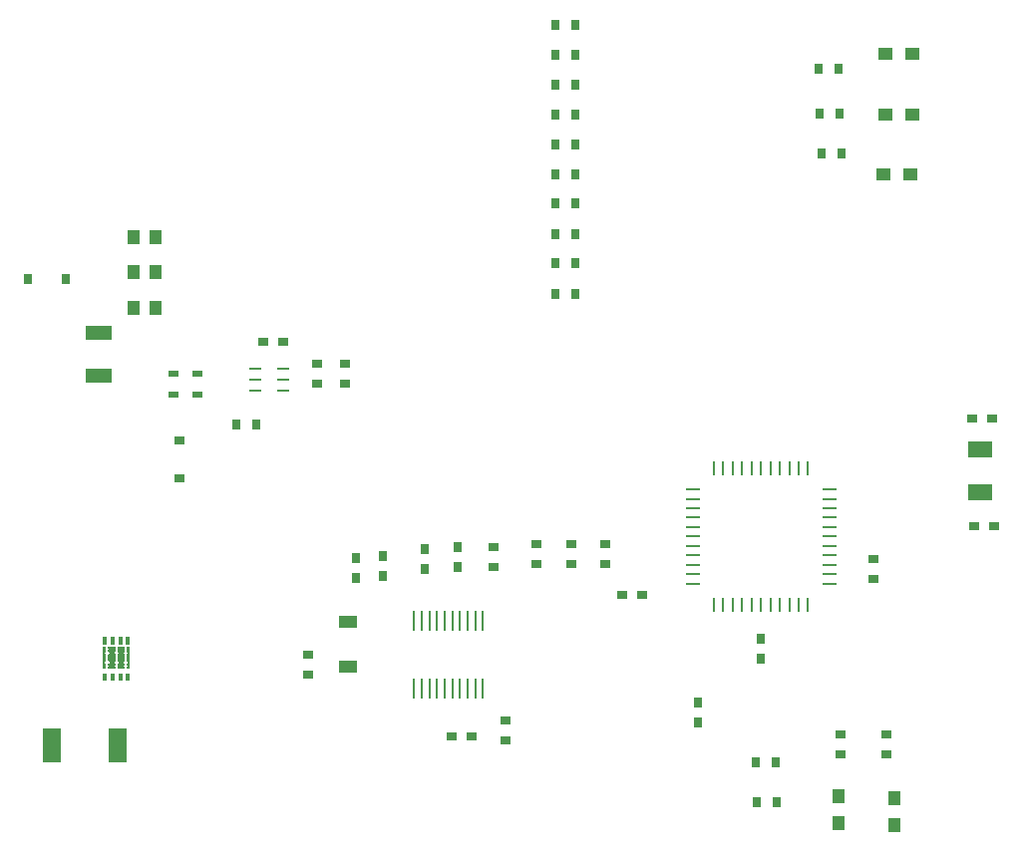
<source format=gbr>
G04 EAGLE Gerber RS-274X export*
G75*
%MOMM*%
%FSLAX34Y34*%
%LPD*%
%INSolderpaste Top*%
%IPPOS*%
%AMOC8*
5,1,8,0,0,1.08239X$1,22.5*%
G01*
%ADD10R,0.746000X0.846000*%
%ADD11R,0.846000X0.746000*%
%ADD12R,0.203200X1.778000*%
%ADD13R,0.250000X1.250000*%
%ADD14R,1.250000X0.250000*%
%ADD15R,0.990600X1.143000*%
%ADD16R,1.143000X0.990600*%
%ADD17R,1.546000X1.086000*%
%ADD18R,0.946000X0.546000*%
%ADD19R,0.152400X0.482600*%
%ADD20R,2.246000X1.246000*%
%ADD21R,1.046000X1.246000*%
%ADD22R,1.000000X0.250000*%
%ADD23R,1.546000X2.946000*%
%ADD24R,2.146000X1.446000*%
%ADD25R,0.966000X0.646000*%
%ADD26R,0.646000X0.966000*%

G36*
X344696Y222874D02*
X344696Y222874D01*
X344698Y222873D01*
X344741Y222893D01*
X344785Y222911D01*
X344785Y222914D01*
X344787Y222914D01*
X344820Y222999D01*
X344820Y224789D01*
X344819Y224792D01*
X344820Y224795D01*
X344783Y224878D01*
X344248Y225413D01*
X344694Y225413D01*
X344696Y225414D01*
X344698Y225413D01*
X344741Y225433D01*
X344785Y225451D01*
X344785Y225454D01*
X344787Y225454D01*
X344820Y225539D01*
X344820Y227329D01*
X344819Y227332D01*
X344820Y227335D01*
X344783Y227418D01*
X343728Y228473D01*
X344783Y229528D01*
X344785Y229531D01*
X344787Y229532D01*
X344820Y229617D01*
X344820Y235203D01*
X344819Y235206D01*
X344820Y235209D01*
X344783Y235292D01*
X343728Y236347D01*
X344783Y237402D01*
X344785Y237405D01*
X344787Y237406D01*
X344820Y237491D01*
X344820Y239281D01*
X344819Y239283D01*
X344820Y239285D01*
X344800Y239328D01*
X344782Y239371D01*
X344780Y239372D01*
X344779Y239374D01*
X344694Y239407D01*
X344248Y239407D01*
X344783Y239942D01*
X344785Y239945D01*
X344787Y239946D01*
X344820Y240031D01*
X344820Y241821D01*
X344819Y241823D01*
X344820Y241825D01*
X344800Y241868D01*
X344782Y241911D01*
X344780Y241912D01*
X344779Y241914D01*
X344694Y241947D01*
X338820Y241947D01*
X338818Y241946D01*
X338816Y241947D01*
X338773Y241927D01*
X338729Y241909D01*
X338729Y241907D01*
X338727Y241906D01*
X338694Y241821D01*
X338694Y240031D01*
X338695Y240028D01*
X338694Y240025D01*
X338731Y239942D01*
X339266Y239407D01*
X338820Y239407D01*
X338818Y239406D01*
X338816Y239407D01*
X338773Y239387D01*
X338729Y239369D01*
X338729Y239367D01*
X338727Y239366D01*
X338694Y239281D01*
X338694Y237491D01*
X338695Y237488D01*
X338694Y237485D01*
X338731Y237402D01*
X339786Y236347D01*
X338731Y235292D01*
X338730Y235289D01*
X338727Y235288D01*
X338694Y235203D01*
X338694Y229617D01*
X338695Y229614D01*
X338694Y229611D01*
X338731Y229528D01*
X339786Y228473D01*
X338731Y227418D01*
X338730Y227415D01*
X338727Y227414D01*
X338694Y227329D01*
X338694Y225539D01*
X338695Y225537D01*
X338694Y225535D01*
X338714Y225492D01*
X338732Y225449D01*
X338734Y225448D01*
X338735Y225446D01*
X338820Y225413D01*
X339266Y225413D01*
X338731Y224878D01*
X338730Y224875D01*
X338727Y224874D01*
X338694Y224789D01*
X338694Y222999D01*
X338695Y222997D01*
X338694Y222995D01*
X338714Y222952D01*
X338732Y222909D01*
X338734Y222908D01*
X338735Y222906D01*
X338820Y222873D01*
X344694Y222873D01*
X344696Y222874D01*
G37*
G36*
X336945Y235206D02*
X336945Y235206D01*
X336946Y235209D01*
X336909Y235292D01*
X335854Y236347D01*
X336909Y237402D01*
X336911Y237405D01*
X336913Y237406D01*
X336946Y237491D01*
X336946Y239281D01*
X336945Y239283D01*
X336946Y239285D01*
X336926Y239328D01*
X336908Y239371D01*
X336906Y239372D01*
X336905Y239374D01*
X336820Y239407D01*
X336374Y239407D01*
X336909Y239942D01*
X336911Y239945D01*
X336913Y239946D01*
X336946Y240031D01*
X336946Y241821D01*
X336945Y241823D01*
X336946Y241825D01*
X336926Y241868D01*
X336908Y241911D01*
X336906Y241912D01*
X336905Y241914D01*
X336820Y241947D01*
X330946Y241947D01*
X330944Y241946D01*
X330942Y241947D01*
X330899Y241927D01*
X330855Y241909D01*
X330855Y241907D01*
X330853Y241906D01*
X330820Y241821D01*
X330820Y240031D01*
X330821Y240028D01*
X330820Y240025D01*
X330857Y239942D01*
X331392Y239407D01*
X330946Y239407D01*
X330944Y239406D01*
X330942Y239407D01*
X330899Y239387D01*
X330855Y239369D01*
X330855Y239367D01*
X330853Y239366D01*
X330820Y239281D01*
X330820Y237491D01*
X330821Y237488D01*
X330820Y237485D01*
X330857Y237402D01*
X331912Y236347D01*
X330857Y235292D01*
X330856Y235289D01*
X330853Y235288D01*
X330820Y235203D01*
X330820Y229617D01*
X330821Y229614D01*
X330820Y229611D01*
X330857Y229528D01*
X331912Y228473D01*
X330857Y227418D01*
X330856Y227415D01*
X330853Y227414D01*
X330820Y227329D01*
X330820Y225539D01*
X330821Y225537D01*
X330820Y225535D01*
X330840Y225492D01*
X330858Y225449D01*
X330860Y225448D01*
X330861Y225446D01*
X330946Y225413D01*
X331392Y225413D01*
X330857Y224878D01*
X330856Y224875D01*
X330853Y224874D01*
X330820Y224789D01*
X330820Y222999D01*
X330821Y222997D01*
X330820Y222995D01*
X330840Y222952D01*
X330858Y222909D01*
X330860Y222908D01*
X330861Y222906D01*
X330946Y222873D01*
X336820Y222873D01*
X336822Y222874D01*
X336824Y222873D01*
X336867Y222893D01*
X336911Y222911D01*
X336911Y222914D01*
X336913Y222914D01*
X336946Y222999D01*
X336946Y224789D01*
X336945Y224792D01*
X336946Y224795D01*
X336909Y224878D01*
X336374Y225413D01*
X336820Y225413D01*
X336822Y225414D01*
X336824Y225413D01*
X336867Y225433D01*
X336911Y225451D01*
X336911Y225454D01*
X336913Y225454D01*
X336946Y225539D01*
X336946Y227329D01*
X336945Y227332D01*
X336946Y227335D01*
X336909Y227418D01*
X335854Y228473D01*
X336909Y229528D01*
X336911Y229531D01*
X336913Y229532D01*
X336946Y229617D01*
X336946Y235203D01*
X336945Y235206D01*
G37*
G36*
X328948Y222874D02*
X328948Y222874D01*
X328950Y222873D01*
X328993Y222893D01*
X329037Y222911D01*
X329037Y222914D01*
X329039Y222914D01*
X329072Y222999D01*
X329072Y224789D01*
X329071Y224792D01*
X329072Y224795D01*
X329035Y224878D01*
X328500Y225413D01*
X328946Y225413D01*
X328948Y225414D01*
X328950Y225413D01*
X328993Y225433D01*
X329037Y225451D01*
X329037Y225454D01*
X329039Y225454D01*
X329072Y225539D01*
X329072Y227329D01*
X329071Y227332D01*
X329072Y227335D01*
X329035Y227418D01*
X327980Y228473D01*
X329035Y229528D01*
X329037Y229531D01*
X329039Y229532D01*
X329072Y229617D01*
X329072Y235203D01*
X329071Y235206D01*
X329072Y235209D01*
X329035Y235292D01*
X327980Y236347D01*
X329035Y237402D01*
X329037Y237405D01*
X329039Y237406D01*
X329072Y237491D01*
X329072Y239281D01*
X329071Y239283D01*
X329072Y239285D01*
X329052Y239328D01*
X329034Y239371D01*
X329032Y239372D01*
X329031Y239374D01*
X328946Y239407D01*
X328500Y239407D01*
X329035Y239942D01*
X329037Y239945D01*
X329039Y239946D01*
X329072Y240031D01*
X329072Y241821D01*
X329071Y241823D01*
X329072Y241825D01*
X329052Y241868D01*
X329034Y241911D01*
X329032Y241912D01*
X329031Y241914D01*
X328946Y241947D01*
X326377Y241947D01*
X326375Y241946D01*
X326373Y241947D01*
X326330Y241927D01*
X326287Y241909D01*
X326286Y241907D01*
X326284Y241906D01*
X326251Y241821D01*
X326251Y222999D01*
X326252Y222997D01*
X326251Y222995D01*
X326271Y222952D01*
X326289Y222909D01*
X326292Y222908D01*
X326292Y222906D01*
X326377Y222873D01*
X328946Y222873D01*
X328948Y222874D01*
G37*
G36*
X349265Y222874D02*
X349265Y222874D01*
X349267Y222873D01*
X349310Y222893D01*
X349353Y222911D01*
X349354Y222914D01*
X349356Y222914D01*
X349389Y222999D01*
X349389Y241821D01*
X349388Y241823D01*
X349389Y241825D01*
X349369Y241868D01*
X349351Y241911D01*
X349349Y241912D01*
X349348Y241914D01*
X349263Y241947D01*
X346694Y241947D01*
X346692Y241946D01*
X346690Y241947D01*
X346647Y241927D01*
X346603Y241909D01*
X346603Y241907D01*
X346601Y241906D01*
X346568Y241821D01*
X346568Y240031D01*
X346569Y240028D01*
X346568Y240025D01*
X346605Y239942D01*
X347140Y239407D01*
X346694Y239407D01*
X346692Y239406D01*
X346690Y239407D01*
X346647Y239387D01*
X346603Y239369D01*
X346603Y239367D01*
X346601Y239366D01*
X346568Y239281D01*
X346568Y237491D01*
X346569Y237488D01*
X346568Y237485D01*
X346605Y237402D01*
X347660Y236347D01*
X346605Y235292D01*
X346604Y235289D01*
X346601Y235288D01*
X346568Y235203D01*
X346568Y229617D01*
X346569Y229614D01*
X346568Y229611D01*
X346605Y229528D01*
X347660Y228473D01*
X346605Y227418D01*
X346604Y227415D01*
X346601Y227414D01*
X346568Y227329D01*
X346568Y225539D01*
X346569Y225537D01*
X346568Y225535D01*
X346588Y225492D01*
X346606Y225449D01*
X346608Y225448D01*
X346609Y225446D01*
X346694Y225413D01*
X347140Y225413D01*
X346605Y224878D01*
X346604Y224875D01*
X346601Y224874D01*
X346568Y224789D01*
X346568Y222999D01*
X346569Y222997D01*
X346568Y222995D01*
X346588Y222952D01*
X346606Y222909D01*
X346608Y222908D01*
X346609Y222906D01*
X346694Y222873D01*
X349263Y222873D01*
X349265Y222874D01*
G37*
G36*
X349096Y243467D02*
X349096Y243467D01*
X349098Y243466D01*
X349141Y243486D01*
X349185Y243504D01*
X349185Y243506D01*
X349187Y243507D01*
X349220Y243592D01*
X349220Y249688D01*
X349219Y249690D01*
X349220Y249692D01*
X349200Y249735D01*
X349182Y249779D01*
X349180Y249779D01*
X349179Y249781D01*
X349094Y249814D01*
X346046Y249814D01*
X346044Y249813D01*
X346042Y249814D01*
X345999Y249794D01*
X345955Y249776D01*
X345955Y249774D01*
X345953Y249773D01*
X345920Y249688D01*
X345920Y243592D01*
X345921Y243590D01*
X345920Y243588D01*
X345940Y243545D01*
X345958Y243501D01*
X345960Y243501D01*
X345961Y243499D01*
X346046Y243466D01*
X349094Y243466D01*
X349096Y243467D01*
G37*
G36*
X342596Y243467D02*
X342596Y243467D01*
X342598Y243466D01*
X342641Y243486D01*
X342685Y243504D01*
X342685Y243506D01*
X342687Y243507D01*
X342720Y243592D01*
X342720Y249688D01*
X342719Y249690D01*
X342720Y249692D01*
X342700Y249735D01*
X342682Y249779D01*
X342680Y249779D01*
X342679Y249781D01*
X342594Y249814D01*
X339546Y249814D01*
X339544Y249813D01*
X339542Y249814D01*
X339499Y249794D01*
X339455Y249776D01*
X339455Y249774D01*
X339453Y249773D01*
X339420Y249688D01*
X339420Y243592D01*
X339421Y243590D01*
X339420Y243588D01*
X339440Y243545D01*
X339458Y243501D01*
X339460Y243501D01*
X339461Y243499D01*
X339546Y243466D01*
X342594Y243466D01*
X342596Y243467D01*
G37*
G36*
X329596Y243467D02*
X329596Y243467D01*
X329598Y243466D01*
X329641Y243486D01*
X329685Y243504D01*
X329685Y243506D01*
X329687Y243507D01*
X329720Y243592D01*
X329720Y249688D01*
X329719Y249690D01*
X329720Y249692D01*
X329700Y249735D01*
X329682Y249779D01*
X329680Y249779D01*
X329679Y249781D01*
X329594Y249814D01*
X326546Y249814D01*
X326544Y249813D01*
X326542Y249814D01*
X326499Y249794D01*
X326455Y249776D01*
X326455Y249774D01*
X326453Y249773D01*
X326420Y249688D01*
X326420Y243592D01*
X326421Y243590D01*
X326420Y243588D01*
X326440Y243545D01*
X326458Y243501D01*
X326460Y243501D01*
X326461Y243499D01*
X326546Y243466D01*
X329594Y243466D01*
X329596Y243467D01*
G37*
G36*
X336096Y243467D02*
X336096Y243467D01*
X336098Y243466D01*
X336141Y243486D01*
X336185Y243504D01*
X336185Y243506D01*
X336187Y243507D01*
X336220Y243592D01*
X336220Y249688D01*
X336219Y249690D01*
X336220Y249692D01*
X336200Y249735D01*
X336182Y249779D01*
X336180Y249779D01*
X336179Y249781D01*
X336094Y249814D01*
X333046Y249814D01*
X333044Y249813D01*
X333042Y249814D01*
X332999Y249794D01*
X332955Y249776D01*
X332955Y249774D01*
X332953Y249773D01*
X332920Y249688D01*
X332920Y243592D01*
X332921Y243590D01*
X332920Y243588D01*
X332940Y243545D01*
X332958Y243501D01*
X332960Y243501D01*
X332961Y243499D01*
X333046Y243466D01*
X336094Y243466D01*
X336096Y243467D01*
G37*
G36*
X349096Y212467D02*
X349096Y212467D01*
X349098Y212466D01*
X349141Y212486D01*
X349185Y212504D01*
X349185Y212506D01*
X349187Y212507D01*
X349220Y212592D01*
X349220Y218688D01*
X349219Y218690D01*
X349220Y218692D01*
X349200Y218735D01*
X349182Y218779D01*
X349180Y218779D01*
X349179Y218781D01*
X349094Y218814D01*
X346046Y218814D01*
X346044Y218813D01*
X346042Y218814D01*
X345999Y218794D01*
X345955Y218776D01*
X345955Y218774D01*
X345953Y218773D01*
X345920Y218688D01*
X345920Y212592D01*
X345921Y212590D01*
X345920Y212588D01*
X345940Y212545D01*
X345958Y212501D01*
X345960Y212501D01*
X345961Y212499D01*
X346046Y212466D01*
X349094Y212466D01*
X349096Y212467D01*
G37*
G36*
X342596Y212467D02*
X342596Y212467D01*
X342598Y212466D01*
X342641Y212486D01*
X342685Y212504D01*
X342685Y212506D01*
X342687Y212507D01*
X342720Y212592D01*
X342720Y218688D01*
X342719Y218690D01*
X342720Y218692D01*
X342700Y218735D01*
X342682Y218779D01*
X342680Y218779D01*
X342679Y218781D01*
X342594Y218814D01*
X339546Y218814D01*
X339544Y218813D01*
X339542Y218814D01*
X339499Y218794D01*
X339455Y218776D01*
X339455Y218774D01*
X339453Y218773D01*
X339420Y218688D01*
X339420Y212592D01*
X339421Y212590D01*
X339420Y212588D01*
X339440Y212545D01*
X339458Y212501D01*
X339460Y212501D01*
X339461Y212499D01*
X339546Y212466D01*
X342594Y212466D01*
X342596Y212467D01*
G37*
G36*
X336096Y212467D02*
X336096Y212467D01*
X336098Y212466D01*
X336141Y212486D01*
X336185Y212504D01*
X336185Y212506D01*
X336187Y212507D01*
X336220Y212592D01*
X336220Y218688D01*
X336219Y218690D01*
X336220Y218692D01*
X336200Y218735D01*
X336182Y218779D01*
X336180Y218779D01*
X336179Y218781D01*
X336094Y218814D01*
X333046Y218814D01*
X333044Y218813D01*
X333042Y218814D01*
X332999Y218794D01*
X332955Y218776D01*
X332955Y218774D01*
X332953Y218773D01*
X332920Y218688D01*
X332920Y212592D01*
X332921Y212590D01*
X332920Y212588D01*
X332940Y212545D01*
X332958Y212501D01*
X332960Y212501D01*
X332961Y212499D01*
X333046Y212466D01*
X336094Y212466D01*
X336096Y212467D01*
G37*
G36*
X329596Y212467D02*
X329596Y212467D01*
X329598Y212466D01*
X329641Y212486D01*
X329685Y212504D01*
X329685Y212506D01*
X329687Y212507D01*
X329720Y212592D01*
X329720Y218688D01*
X329719Y218690D01*
X329720Y218692D01*
X329700Y218735D01*
X329682Y218779D01*
X329680Y218779D01*
X329679Y218781D01*
X329594Y218814D01*
X326546Y218814D01*
X326544Y218813D01*
X326542Y218814D01*
X326499Y218794D01*
X326455Y218776D01*
X326455Y218774D01*
X326453Y218773D01*
X326420Y218688D01*
X326420Y212592D01*
X326421Y212590D01*
X326420Y212588D01*
X326440Y212545D01*
X326458Y212501D01*
X326460Y212501D01*
X326461Y212499D01*
X326546Y212466D01*
X329594Y212466D01*
X329596Y212467D01*
G37*
D10*
X563880Y318380D03*
X563880Y301380D03*
X627380Y326000D03*
X627380Y309000D03*
X599440Y324730D03*
X599440Y307730D03*
D11*
X622690Y165100D03*
X639690Y165100D03*
X753110Y311540D03*
X753110Y328540D03*
X723900Y311540D03*
X723900Y328540D03*
X657860Y326000D03*
X657860Y309000D03*
X500380Y234560D03*
X500380Y217560D03*
X668020Y178680D03*
X668020Y161680D03*
D12*
X649010Y263652D03*
X642510Y263652D03*
X636010Y263652D03*
X629510Y263652D03*
X623010Y263652D03*
X616510Y263652D03*
X610010Y263652D03*
X603510Y263652D03*
X597010Y263652D03*
X590510Y263652D03*
X590510Y206248D03*
X597010Y206248D03*
X603510Y206248D03*
X610010Y206248D03*
X616510Y206248D03*
X623010Y206248D03*
X629510Y206248D03*
X636010Y206248D03*
X642510Y206248D03*
X649010Y206248D03*
D11*
X694690Y328540D03*
X694690Y311540D03*
X479670Y500380D03*
X462670Y500380D03*
D13*
X845190Y277280D03*
X853190Y277280D03*
X861190Y277280D03*
X869190Y277280D03*
X877190Y277280D03*
X885190Y277280D03*
X893190Y277280D03*
X901190Y277280D03*
X909190Y277280D03*
X917190Y277280D03*
X925190Y277280D03*
D14*
X943190Y295280D03*
X943190Y303280D03*
X943190Y311280D03*
X943190Y319280D03*
X943190Y327280D03*
X943190Y335280D03*
X943190Y343280D03*
X943190Y351280D03*
X943190Y359280D03*
X943190Y367280D03*
X943190Y375280D03*
D13*
X925190Y393280D03*
X917190Y393280D03*
X909190Y393280D03*
X901190Y393280D03*
X893190Y393280D03*
X885190Y393280D03*
X877190Y393280D03*
X869190Y393280D03*
X861190Y393280D03*
X853190Y393280D03*
X845190Y393280D03*
D14*
X827190Y375280D03*
X827190Y367280D03*
X827190Y359280D03*
X827190Y351280D03*
X827190Y343280D03*
X827190Y335280D03*
X827190Y327280D03*
X827190Y319280D03*
X827190Y311280D03*
X827190Y303280D03*
X827190Y295280D03*
D11*
X508000Y482210D03*
X508000Y465210D03*
X532130Y465210D03*
X532130Y482210D03*
X1081800Y435310D03*
X1064800Y435310D03*
X1083320Y344010D03*
X1066320Y344010D03*
X767470Y285750D03*
X784470Y285750D03*
X980440Y298840D03*
X980440Y315840D03*
D10*
X831850Y176920D03*
X831850Y193920D03*
X885190Y231530D03*
X885190Y248530D03*
X710320Y769620D03*
X727320Y769620D03*
X710320Y744220D03*
X727320Y744220D03*
X710320Y718820D03*
X727320Y718820D03*
X710320Y693420D03*
X727320Y693420D03*
X710320Y668020D03*
X727320Y668020D03*
X710320Y642620D03*
X727320Y642620D03*
X710320Y618490D03*
X727320Y618490D03*
X710320Y591820D03*
X727320Y591820D03*
X710320Y567690D03*
X727320Y567690D03*
X710320Y541020D03*
X727320Y541020D03*
D11*
X952500Y167250D03*
X952500Y150250D03*
X991870Y167250D03*
X991870Y150250D03*
D15*
X951230Y114300D03*
X951230Y91440D03*
X998220Y113030D03*
X998220Y90170D03*
D10*
X439810Y430530D03*
X456810Y430530D03*
X936380Y660400D03*
X953380Y660400D03*
X935110Y694690D03*
X952110Y694690D03*
X933840Y732790D03*
X950840Y732790D03*
D16*
X990600Y745490D03*
X1013460Y745490D03*
X990600Y693420D03*
X1013460Y693420D03*
X989330Y642620D03*
X1012190Y642620D03*
D17*
X534670Y263140D03*
X534670Y224540D03*
D18*
X406400Y473820D03*
X406400Y455820D03*
X386080Y473820D03*
X386080Y455820D03*
D10*
X880500Y143510D03*
X897500Y143510D03*
X881770Y109220D03*
X898770Y109220D03*
X541020Y317110D03*
X541020Y300110D03*
D19*
X347570Y246640D03*
X341070Y246640D03*
X334570Y246640D03*
X328070Y246640D03*
D20*
X323120Y508220D03*
X323120Y472220D03*
D21*
X352450Y589280D03*
X371450Y589280D03*
X352450Y560070D03*
X371450Y560070D03*
X352450Y529590D03*
X371450Y529590D03*
D22*
X479470Y477870D03*
X479470Y468370D03*
X479470Y458870D03*
X455470Y477870D03*
X455470Y468370D03*
X455470Y458870D03*
D23*
X339150Y157480D03*
X283150Y157480D03*
D24*
X1071000Y373000D03*
X1071000Y409000D03*
D25*
X391160Y417020D03*
X391160Y384820D03*
D26*
X295100Y553720D03*
X262900Y553720D03*
M02*

</source>
